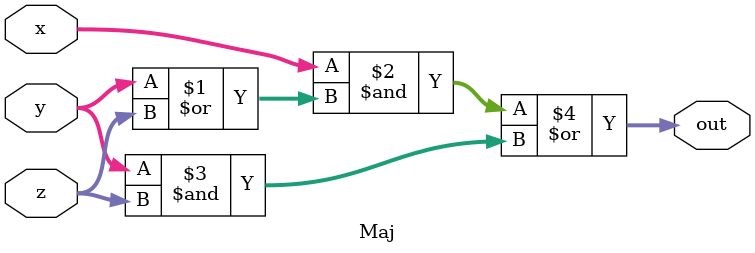
<source format=v>
module Maj(
	input [31:0] x,
	input [31:0] y,
	input [31:0] z,
	output [31:0] out
);
	assign out = ((x & (y | z)) | (y & z));

endmodule
</source>
